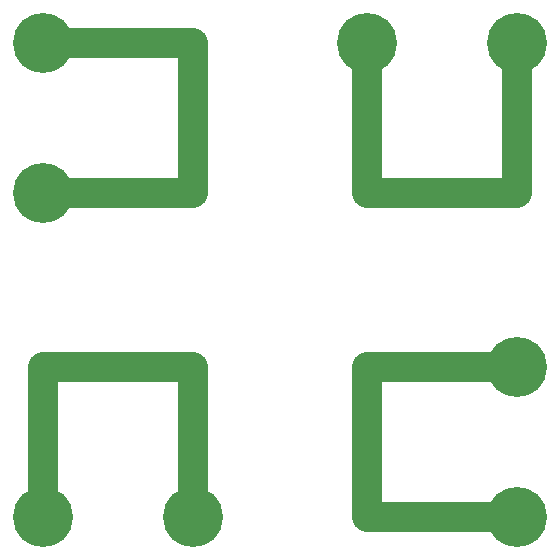
<source format=gtl>
%FSLAX24Y24*%
%MOIN*%
%ADD10C,0.1*%
%ADD11C,0.2*%
%LPD*%
D10*
X7500Y2500D02*
G01*
Y7500D01*
X2500D01*
Y2500D01*
D11*
X7500D03*
X2500D03*
D10*
X18287Y7500D02*
X13287D01*
Y2500D01*
X18287D01*
D11*
Y7500D03*
Y2500D03*
D10*
X2500Y13287D02*
X7500D01*
Y18287D01*
X2500D01*
D11*
Y13287D03*
Y18287D03*
D10*
X13287D02*
Y13287D01*
X18287D01*
Y18287D01*
D11*
X13287D03*
X18287D03*
M02*

</source>
